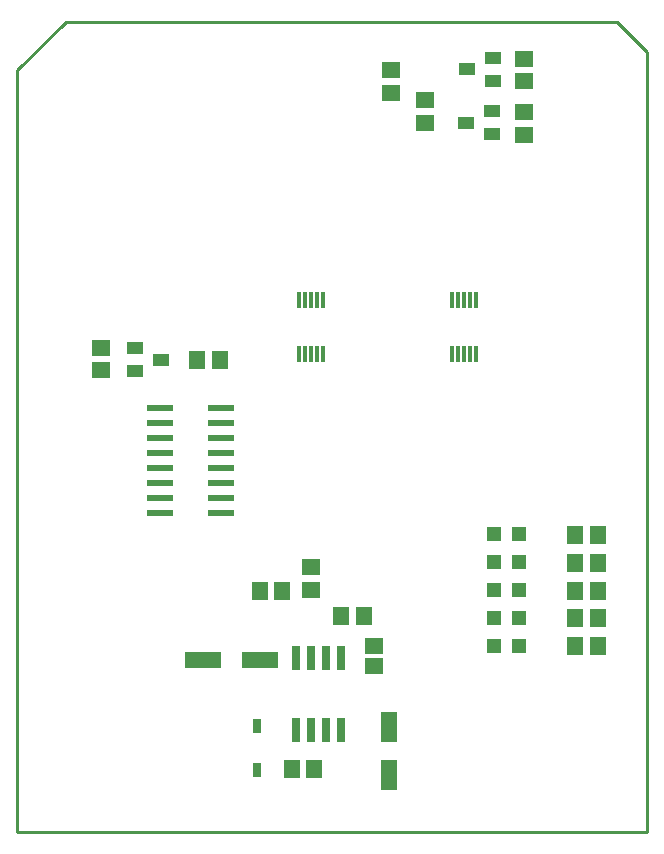
<source format=gtp>
%FSLAX24Y24*%
%MOIN*%
G70*
G01*
G75*
G04 Layer_Color=8421504*
%ADD10R,0.0120X0.0570*%
%ADD11R,0.0870X0.0240*%
%ADD12R,0.0630X0.0520*%
%ADD13R,0.0560X0.0400*%
%ADD14R,0.0480X0.0480*%
%ADD15R,0.0520X0.0630*%
%ADD16R,0.0280X0.0480*%
%ADD17R,0.0260X0.0800*%
%ADD18R,0.0560X0.1030*%
%ADD19R,0.1190X0.0560*%
%ADD20R,0.0600X0.0520*%
%ADD21C,0.0370*%
%ADD22C,0.0130*%
%ADD23C,0.0100*%
%ADD24C,0.0420*%
%ADD25C,0.0220*%
%ADD26C,0.0500*%
%ADD27C,0.0270*%
%ADD28C,0.0000*%
%ADD29C,0.0560*%
G04:AMPARAMS|DCode=30|XSize=66mil|YSize=66mil|CornerRadius=0mil|HoleSize=0mil|Usage=FLASHONLY|Rotation=90.000|XOffset=0mil|YOffset=0mil|HoleType=Round|Shape=Octagon|*
%AMOCTAGOND30*
4,1,8,0.0165,0.0330,-0.0165,0.0330,-0.0330,0.0165,-0.0330,-0.0165,-0.0165,-0.0330,0.0165,-0.0330,0.0330,-0.0165,0.0330,0.0165,0.0165,0.0330,0.0*
%
%ADD30OCTAGOND30*%

%ADD31C,0.0591*%
%ADD32R,0.0591X0.0591*%
G04:AMPARAMS|DCode=33|XSize=76mil|YSize=76mil|CornerRadius=0mil|HoleSize=0mil|Usage=FLASHONLY|Rotation=0.000|XOffset=0mil|YOffset=0mil|HoleType=Round|Shape=Octagon|*
%AMOCTAGOND33*
4,1,8,0.0380,-0.0190,0.0380,0.0190,0.0190,0.0380,-0.0190,0.0380,-0.0380,0.0190,-0.0380,-0.0190,-0.0190,-0.0380,0.0190,-0.0380,0.0380,-0.0190,0.0*
%
%ADD33OCTAGOND33*%

%ADD34C,0.0500*%
%ADD35R,0.0197X0.0197*%
%ADD36R,0.0630X0.1070*%
%ADD37R,0.0520X0.0600*%
%ADD38C,0.0060*%
%ADD39C,0.0040*%
%ADD40C,0.0050*%
%ADD41C,0.0079*%
%ADD42C,0.0020*%
%ADD43C,0.0027*%
%ADD44C,0.0080*%
%ADD45R,0.0080X0.0079*%
D10*
X25350Y27800D02*
D03*
X25150D02*
D03*
X24950D02*
D03*
X24750D02*
D03*
X24550D02*
D03*
Y26000D02*
D03*
X24950D02*
D03*
X24750D02*
D03*
X25150D02*
D03*
X25350D02*
D03*
X20250Y27800D02*
D03*
X20050D02*
D03*
X19850D02*
D03*
X19650D02*
D03*
X19450D02*
D03*
Y26000D02*
D03*
X19850D02*
D03*
X19650D02*
D03*
X20050D02*
D03*
X20250D02*
D03*
D11*
X16850Y21200D02*
D03*
X14796Y22200D02*
D03*
X16850Y20700D02*
D03*
Y21700D02*
D03*
Y22200D02*
D03*
X14796Y21700D02*
D03*
Y22700D02*
D03*
Y23200D02*
D03*
X16850D02*
D03*
X14796Y24200D02*
D03*
X16850Y22700D02*
D03*
Y23700D02*
D03*
X14796D02*
D03*
X16850Y24200D02*
D03*
X14796Y21200D02*
D03*
Y20700D02*
D03*
D12*
X12850Y26204D02*
D03*
Y25450D02*
D03*
X19850Y18126D02*
D03*
Y18880D02*
D03*
X23650Y34454D02*
D03*
Y33700D02*
D03*
X22500Y34696D02*
D03*
Y35450D02*
D03*
X26953Y33300D02*
D03*
Y34054D02*
D03*
X26950Y35076D02*
D03*
Y35830D02*
D03*
D13*
X13967Y26174D02*
D03*
Y25420D02*
D03*
X14840Y25800D02*
D03*
X25883Y33326D02*
D03*
Y34080D02*
D03*
X25010Y33700D02*
D03*
X25900Y35100D02*
D03*
Y35854D02*
D03*
X25027Y35474D02*
D03*
D14*
X26770Y19050D02*
D03*
X25937D02*
D03*
X26770Y19975D02*
D03*
X25937D02*
D03*
X26770Y18125D02*
D03*
X25937D02*
D03*
X26770Y17200D02*
D03*
X25937D02*
D03*
X26770Y16250D02*
D03*
X25937D02*
D03*
D15*
X19950Y12150D02*
D03*
X19196D02*
D03*
X18126Y18100D02*
D03*
X18880D02*
D03*
X21600Y17250D02*
D03*
X20846D02*
D03*
X16800Y25800D02*
D03*
X16046D02*
D03*
X29404Y18100D02*
D03*
X28650D02*
D03*
X29404Y19025D02*
D03*
X28650D02*
D03*
X29404Y19950D02*
D03*
X28650D02*
D03*
X29404Y16250D02*
D03*
X28650D02*
D03*
X29404Y17175D02*
D03*
X28650D02*
D03*
D16*
X18050Y12120D02*
D03*
Y13578D02*
D03*
D17*
X19350Y13440D02*
D03*
Y15860D02*
D03*
X19850Y13440D02*
D03*
X20350D02*
D03*
X19850Y15860D02*
D03*
X20350D02*
D03*
X20850Y13440D02*
D03*
Y15860D02*
D03*
D18*
X22450Y13557D02*
D03*
Y11940D02*
D03*
D19*
X18145Y15800D02*
D03*
X16250D02*
D03*
D20*
X21950Y16250D02*
D03*
Y15575D02*
D03*
D23*
X31050Y10070D02*
Y11570D01*
X31040Y10060D02*
X31050Y10070D01*
X25670Y10060D02*
X31040D01*
X10050Y10050D02*
X24690D01*
X31050Y11570D02*
Y36050D01*
X24700Y10060D02*
X25670D01*
X11660Y37060D02*
X30040D01*
X30500Y36600D01*
X31050Y36050D01*
X10050Y10050D02*
Y35450D01*
X11660Y37060D01*
D28*
X31050Y16410D02*
Y36050D01*
X10050Y10050D02*
X22080D01*
X16150Y37050D02*
X29050D01*
X10050Y35450D02*
X10650Y36050D01*
X10050Y10050D02*
Y35450D01*
M02*

</source>
